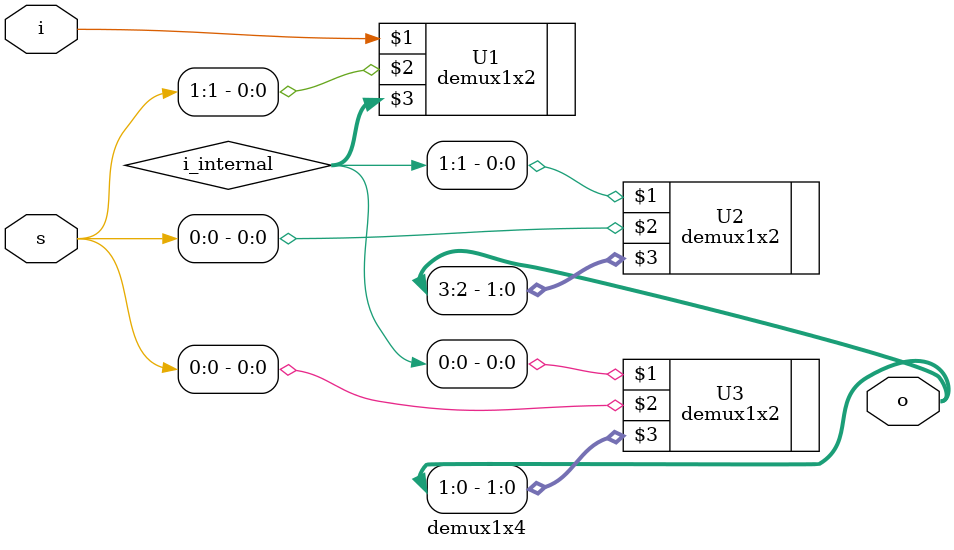
<source format=sv>
module demux1x4(i, s, o);
input  [1:0] s;
input 		 i;
output [3:0] o;

wire [1:0] i_internal;

// Built using 1x2 demuxes
demux1x2 U1 (i, s[1], i_internal);
demux1x2 U2 (i_internal[1], s[0], o[3:2]);
demux1x2 U3 (i_internal[0], s[0], o[1:0]);

endmodule
</source>
